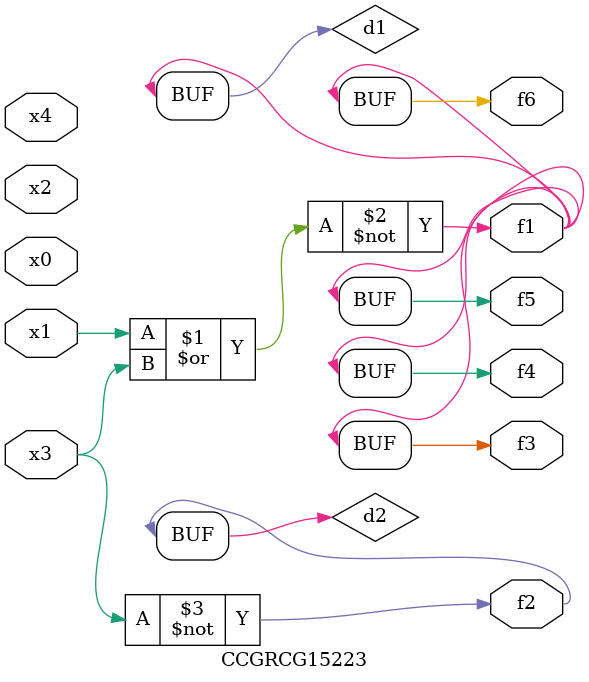
<source format=v>
module CCGRCG15223(
	input x0, x1, x2, x3, x4,
	output f1, f2, f3, f4, f5, f6
);

	wire d1, d2;

	nor (d1, x1, x3);
	not (d2, x3);
	assign f1 = d1;
	assign f2 = d2;
	assign f3 = d1;
	assign f4 = d1;
	assign f5 = d1;
	assign f6 = d1;
endmodule

</source>
